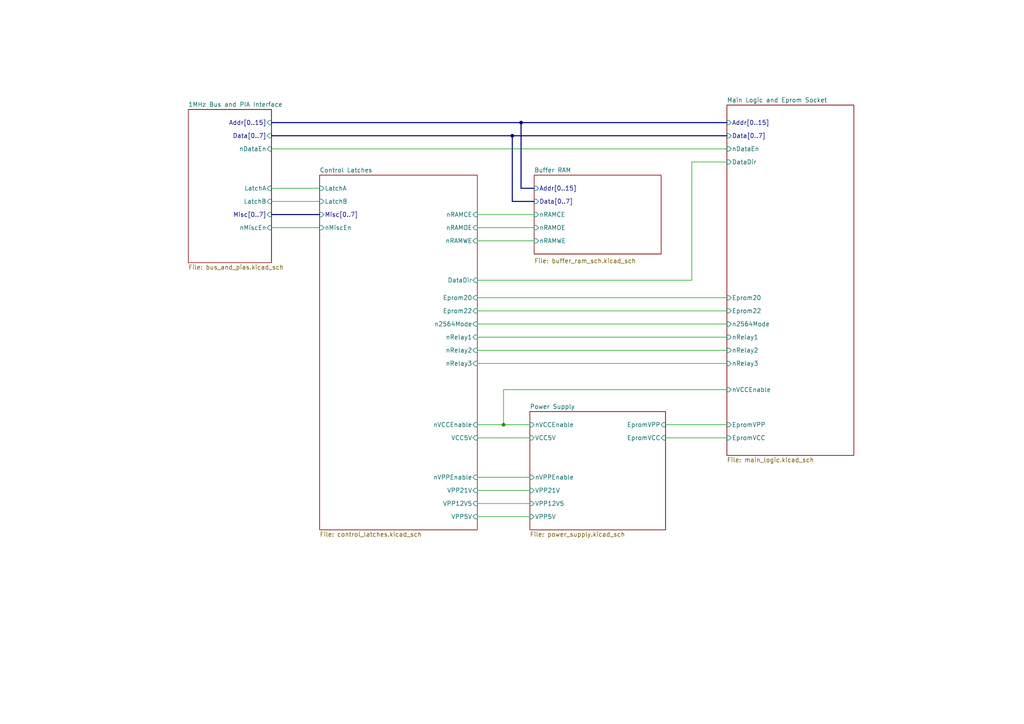
<source format=kicad_sch>
(kicad_sch (version 20211123) (generator eeschema)
  (paper "A4")
  (lib_symbols)
  (junction (at 146.05 123.19))
  (junction (at 151.13 35.56))
  (junction (at 148.59 39.37))
  (wire (pts (xy 138.43 66.04) (xy 154.94 66.04)))
  (wire (pts (xy 138.43 127) (xy 153.67 127)))
  (wire (pts (xy 78.74 66.04) (xy 92.71 66.04)))
  (wire (pts (xy 200.66 46.99) (xy 210.82 46.99)))
  (wire (pts (xy 193.04 123.19) (xy 210.82 123.19)))
  (wire (pts (xy 138.43 90.17) (xy 210.82 90.17)))
  (bus (pts (xy 148.59 58.42) (xy 154.94 58.42)))
  (wire (pts (xy 138.43 97.79) (xy 210.82 97.79)))
  (wire (pts (xy 138.43 149.86) (xy 153.67 149.86)))
  (wire (pts (xy 146.05 113.03) (xy 210.82 113.03)))
  (bus (pts (xy 78.74 62.23) (xy 92.71 62.23)))
  (wire (pts (xy 138.43 123.19) (xy 146.05 123.19)))
  (bus (pts (xy 78.74 39.37) (xy 148.59 39.37)))
  (wire (pts (xy 138.43 101.6) (xy 210.82 101.6)))
  (wire (pts (xy 138.43 81.28) (xy 200.66 81.28)))
  (wire (pts (xy 138.43 62.23) (xy 154.94 62.23)))
  (bus (pts (xy 148.59 39.37) (xy 210.82 39.37)))
  (wire (pts (xy 78.74 54.61) (xy 92.71 54.61)))
  (wire (pts (xy 138.43 142.24) (xy 153.67 142.24)))
  (wire (pts (xy 138.43 105.41) (xy 210.82 105.41)))
  (bus (pts (xy 148.59 39.37) (xy 148.59 58.42)))
  (bus (pts (xy 78.74 35.56) (xy 151.13 35.56)))
  (wire (pts (xy 78.74 58.42) (xy 92.71 58.42)))
  (bus (pts (xy 151.13 54.61) (xy 154.94 54.61)))
  (wire (pts (xy 138.43 138.43) (xy 153.67 138.43)))
  (wire (pts (xy 138.43 146.05) (xy 153.67 146.05)))
  (wire (pts (xy 193.04 127) (xy 210.82 127)))
  (wire (pts (xy 138.43 86.36) (xy 210.82 86.36)))
  (wire (pts (xy 78.74 43.18) (xy 210.82 43.18)))
  (wire (pts (xy 200.66 81.28) (xy 200.66 46.99)))
  (wire (pts (xy 146.05 113.03) (xy 146.05 123.19)))
  (wire (pts (xy 138.43 69.85) (xy 154.94 69.85)))
  (bus (pts (xy 151.13 35.56) (xy 151.13 54.61)))
  (wire (pts (xy 138.43 93.98) (xy 210.82 93.98)))
  (bus (pts (xy 151.13 35.56) (xy 210.82 35.56)))
  (wire (pts (xy 146.05 123.19) (xy 153.67 123.19)))
  (sheet (at 154.94 50.8) (size 36.83 22.86) (stroke (width 0.1524))
    (property "Sheet name" "Buffer RAM" (at 154.94 50.0884 0) (effects (justify left bottom)))
    (property "Sheet file" "buffer_ram_sch.kicad_sch" (at 154.94 74.93 0) (effects (justify left top)))
    (pin "Addr[0..15]" input (at 154.94 54.61 180))
    (pin "Data[0..7]" input (at 154.94 58.42 180))
    (pin "nRAMOE" input (at 154.94 66.04 180))
    (pin "nRAMWE" input (at 154.94 69.85 180))
    (pin "nRAMCE" input (at 154.94 62.23 180))
  )
  (sheet (at 54.61 31.75) (size 24.13 44.45) (stroke (width 0.1524))
    (property "Sheet name" "1MHz Bus and PIA Interface" (at 54.61 31.0384 0) (effects (justify left bottom)))
    (property "Sheet file" "bus_and_pias.kicad_sch" (at 54.61 76.7846 0) (effects (justify left top)))
    (pin "Addr[0..15]" input (at 78.74 35.56 0))
    (pin "nDataEn" input (at 78.74 43.18 0))
    (pin "Data[0..7]" input (at 78.74 39.37 0))
    (pin "LatchA" input (at 78.74 54.61 0))
    (pin "LatchB" input (at 78.74 58.42 0))
    (pin "nMiscEn" input (at 78.74 66.04 0))
    (pin "Misc[0..7]" input (at 78.74 62.23 0))
  )
  (sheet (at 210.82 30.48) (size 36.83 101.6) (stroke (width 0.1524))
    (property "Sheet name" "Main Logic and Eprom Socket" (at 210.82 29.7684 0) (effects (justify left bottom)))
    (property "Sheet file" "main_logic.kicad_sch" (at 210.82 132.6646 0) (effects (justify left top)))
    (pin "Addr[0..15]" input (at 210.82 35.56 180))
    (pin "Data[0..7]" input (at 210.82 39.37 180))
    (pin "nDataEn" input (at 210.82 43.18 180))
    (pin "nVCCEnable" input (at 210.82 113.03 180))
    (pin "DataDir" input (at 210.82 46.99 180))
    (pin "n2564Mode" input (at 210.82 93.98 180))
    (pin "nRelay2" input (at 210.82 101.6 180))
    (pin "nRelay1" input (at 210.82 97.79 180))
    (pin "Eprom22" input (at 210.82 90.17 180))
    (pin "nRelay3" input (at 210.82 105.41 180))
    (pin "Eprom20" input (at 210.82 86.36 180))
    (pin "EpromVPP" input (at 210.82 123.19 180))
    (pin "EpromVCC" input (at 210.82 127 180))
  )
  (sheet (at 92.71 50.8) (size 45.72 102.87) (stroke (width 0.1524))
    (property "Sheet name" "Control Latches" (at 92.71 50.0884 0) (effects (justify left bottom)))
    (property "Sheet file" "control_latches.kicad_sch" (at 92.71 154.2546 0) (effects (justify left top)))
    (pin "nRAMCE" input (at 138.43 62.23 0))
    (pin "nRAMWE" input (at 138.43 69.85 0))
    (pin "nRAMOE" input (at 138.43 66.04 0))
    (pin "Eprom20" input (at 138.43 86.36 0))
    (pin "DataDir" input (at 138.43 81.28 0))
    (pin "n2564Mode" input (at 138.43 93.98 0))
    (pin "LatchB" input (at 92.71 58.42 180))
    (pin "Misc[0..7]" input (at 92.71 62.23 180))
    (pin "nMiscEn" input (at 92.71 66.04 180))
    (pin "LatchA" input (at 92.71 54.61 180))
    (pin "nVCCEnable" input (at 138.43 123.19 0))
    (pin "nRelay3" input (at 138.43 105.41 0))
    (pin "nRelay1" input (at 138.43 97.79 0))
    (pin "nRelay2" input (at 138.43 101.6 0))
    (pin "Eprom22" input (at 138.43 90.17 0))
    (pin "nVPPEnable" input (at 138.43 138.43 0))
    (pin "VPP12V5" input (at 138.43 146.05 0))
    (pin "VPP5V" input (at 138.43 149.86 0))
    (pin "VPP21V" input (at 138.43 142.24 0))
    (pin "VCC5V" input (at 138.43 127 0))
  )
  (sheet (at 153.67 119.38) (size 39.37 34.29) (stroke (width 0.1524))
    (property "Sheet name" "Power Supply" (at 153.67 118.6684 0) (effects (justify left bottom)))
    (property "Sheet file" "power_supply.kicad_sch" (at 153.67 154.2546 0) (effects (justify left top)))
    (pin "nVCCEnable" input (at 153.67 123.19 180))
    (pin "EpromVPP" input (at 193.04 123.19 0))
    (pin "EpromVCC" input (at 193.04 127 0))
    (pin "nVPPEnable" input (at 153.67 138.43 180))
    (pin "VPP5V" input (at 153.67 149.86 180))
    (pin "VPP12V5" input (at 153.67 146.05 180))
    (pin "VPP21V" input (at 153.67 142.24 180))
    (pin "VCC5V" input (at 153.67 127 180))
  )
)
</source>
